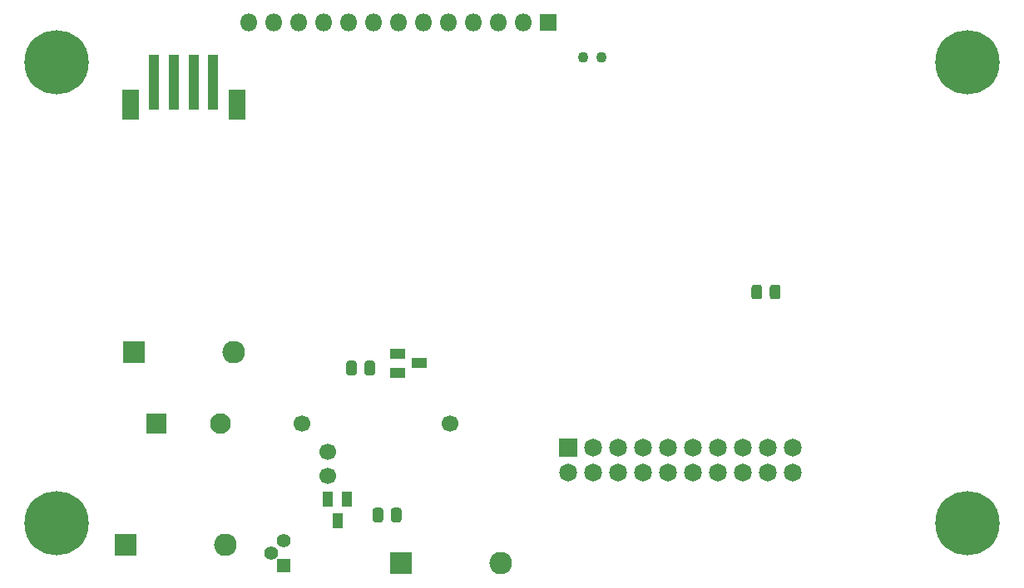
<source format=gbr>
G04 #@! TF.GenerationSoftware,KiCad,Pcbnew,(5.1.6-0-10_14)*
G04 #@! TF.CreationDate,2020-09-03T11:18:50-04:00*
G04 #@! TF.ProjectId,Pufferfish-Interface-2,50756666-6572-4666-9973-682d496e7465,rev?*
G04 #@! TF.SameCoordinates,Original*
G04 #@! TF.FileFunction,Soldermask,Bot*
G04 #@! TF.FilePolarity,Negative*
%FSLAX46Y46*%
G04 Gerber Fmt 4.6, Leading zero omitted, Abs format (unit mm)*
G04 Created by KiCad (PCBNEW (5.1.6-0-10_14)) date 2020-09-03 11:18:50*
%MOMM*%
%LPD*%
G01*
G04 APERTURE LIST*
%ADD10C,6.553200*%
%ADD11O,1.800000X1.800000*%
%ADD12R,1.800000X1.800000*%
%ADD13O,2.300000X2.300000*%
%ADD14R,2.300000X2.300000*%
%ADD15R,2.100000X2.100000*%
%ADD16C,2.100000*%
%ADD17C,1.100000*%
%ADD18R,1.400000X1.400000*%
%ADD19C,1.400000*%
%ADD20C,1.825000*%
%ADD21R,1.825000X1.825000*%
%ADD22R,1.500000X1.100000*%
%ADD23R,1.100000X1.500000*%
%ADD24R,1.100000X5.600000*%
%ADD25R,1.700000X3.100000*%
%ADD26C,1.700000*%
G04 APERTURE END LIST*
D10*
X76200000Y-49530000D03*
X76200000Y-2540000D03*
X-16510000Y-49530000D03*
X-16510000Y-2540000D03*
D11*
X3020000Y1500000D03*
X5560000Y1500000D03*
X8100000Y1500000D03*
X10640000Y1500000D03*
X13180000Y1500000D03*
X15720000Y1500000D03*
X18260000Y1500000D03*
X20800000Y1500000D03*
X23340000Y1500000D03*
X25880000Y1500000D03*
X28420000Y1500000D03*
X30960000Y1500000D03*
D12*
X33500000Y1500000D03*
D13*
X645380Y-51745980D03*
D14*
X-9514620Y-51745980D03*
D15*
X-6370000Y-39370000D03*
D16*
X130000Y-39370000D03*
D17*
X37050000Y-2100000D03*
X38950000Y-2100000D03*
G36*
G01*
X56087500Y-26481250D02*
X56087500Y-25518750D01*
G75*
G02*
X56356250Y-25250000I268750J0D01*
G01*
X56893750Y-25250000D01*
G75*
G02*
X57162500Y-25518750I0J-268750D01*
G01*
X57162500Y-26481250D01*
G75*
G02*
X56893750Y-26750000I-268750J0D01*
G01*
X56356250Y-26750000D01*
G75*
G02*
X56087500Y-26481250I0J268750D01*
G01*
G37*
G36*
G01*
X54212500Y-26481250D02*
X54212500Y-25518750D01*
G75*
G02*
X54481250Y-25250000I268750J0D01*
G01*
X55018750Y-25250000D01*
G75*
G02*
X55287500Y-25518750I0J-268750D01*
G01*
X55287500Y-26481250D01*
G75*
G02*
X55018750Y-26750000I-268750J0D01*
G01*
X54481250Y-26750000D01*
G75*
G02*
X54212500Y-26481250I0J268750D01*
G01*
G37*
D18*
X6630000Y-53920000D03*
D19*
X6630000Y-51380000D03*
X5360000Y-52650000D03*
D20*
X58453500Y-44409840D03*
X58453500Y-41869840D03*
X55913500Y-44409840D03*
X55913500Y-41869840D03*
X48293500Y-41869840D03*
X48293500Y-44409840D03*
X50833500Y-41869840D03*
X50833500Y-44409840D03*
X53373500Y-41869840D03*
X53373500Y-44409840D03*
X40673500Y-41869840D03*
X35593500Y-44409840D03*
X38133500Y-41869840D03*
X40673500Y-44409840D03*
D21*
X35593500Y-41869840D03*
D20*
X43213500Y-41869840D03*
X43213500Y-44409840D03*
X45753500Y-41869840D03*
X45753500Y-44409840D03*
X38133500Y-44409840D03*
D22*
X20376060Y-33258760D03*
X18176060Y-32308760D03*
X18176060Y-34208760D03*
D23*
X12070120Y-49355100D03*
X13020120Y-47155100D03*
X11120120Y-47155100D03*
G36*
G01*
X14037600Y-33282970D02*
X14037600Y-34245470D01*
G75*
G02*
X13768850Y-34514220I-268750J0D01*
G01*
X13231350Y-34514220D01*
G75*
G02*
X12962600Y-34245470I0J268750D01*
G01*
X12962600Y-33282970D01*
G75*
G02*
X13231350Y-33014220I268750J0D01*
G01*
X13768850Y-33014220D01*
G75*
G02*
X14037600Y-33282970I0J-268750D01*
G01*
G37*
G36*
G01*
X15912600Y-33282970D02*
X15912600Y-34245470D01*
G75*
G02*
X15643850Y-34514220I-268750J0D01*
G01*
X15106350Y-34514220D01*
G75*
G02*
X14837600Y-34245470I0J268750D01*
G01*
X14837600Y-33282970D01*
G75*
G02*
X15106350Y-33014220I268750J0D01*
G01*
X15643850Y-33014220D01*
G75*
G02*
X15912600Y-33282970I0J-268750D01*
G01*
G37*
G36*
G01*
X17524680Y-49216230D02*
X17524680Y-48253730D01*
G75*
G02*
X17793430Y-47984980I268750J0D01*
G01*
X18330930Y-47984980D01*
G75*
G02*
X18599680Y-48253730I0J-268750D01*
G01*
X18599680Y-49216230D01*
G75*
G02*
X18330930Y-49484980I-268750J0D01*
G01*
X17793430Y-49484980D01*
G75*
G02*
X17524680Y-49216230I0J268750D01*
G01*
G37*
G36*
G01*
X15649680Y-49216230D02*
X15649680Y-48253730D01*
G75*
G02*
X15918430Y-47984980I268750J0D01*
G01*
X16455930Y-47984980D01*
G75*
G02*
X16724680Y-48253730I0J-268750D01*
G01*
X16724680Y-49216230D01*
G75*
G02*
X16455930Y-49484980I-268750J0D01*
G01*
X15918430Y-49484980D01*
G75*
G02*
X15649680Y-49216230I0J268750D01*
G01*
G37*
D13*
X1550000Y-32130000D03*
D14*
X-8610000Y-32130000D03*
D13*
X28702000Y-53594000D03*
D14*
X18542000Y-53594000D03*
D24*
X-4573780Y-4645660D03*
X-2573780Y-4645660D03*
X-6573780Y-4645660D03*
X-573780Y-4645660D03*
D25*
X-8973780Y-6895660D03*
X1826220Y-6895660D03*
D26*
X11102000Y-44770000D03*
X11102000Y-42270000D03*
X8502000Y-39370000D03*
X23502000Y-39370000D03*
M02*

</source>
